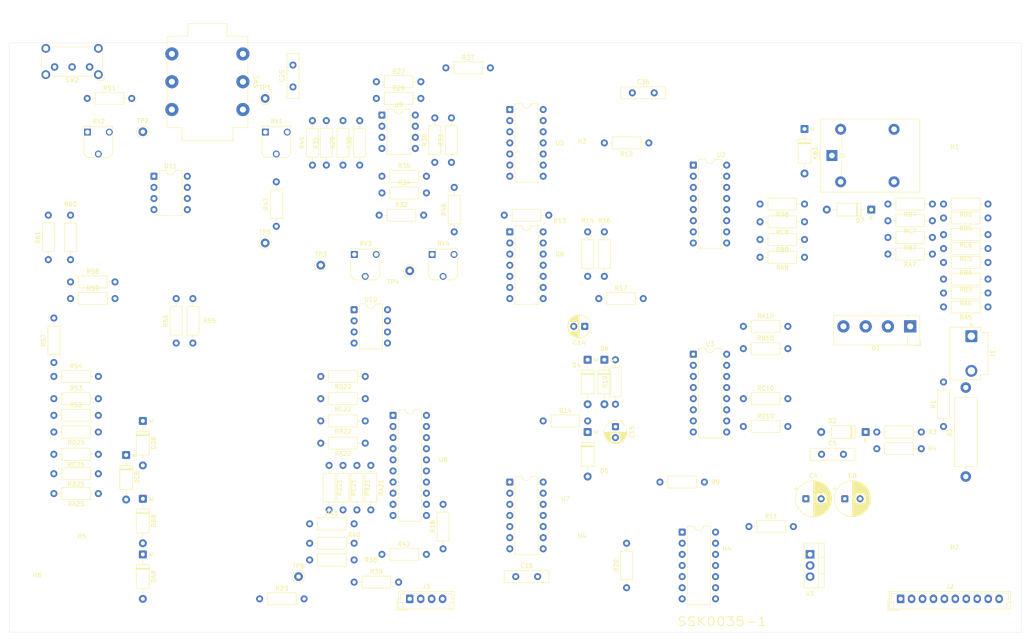
<source format=kicad_pcb>
(kicad_pcb (version 20241229) (generator "pcbnew") (generator_version "9.0")
  (layers (0 "F.Cu" signal) (2 "B.Cu" signal) (13 "F.Paste" user) (15 "B.Paste" user) (5 "F.SilkS" user "F.Silkscreen") (7 "B.SilkS" user "B.Silkscreen") (1 "F.Mask" user) (3 "B.Mask" user) (25 "Edge.Cuts" user))
  (net 0 "")
  (net 223 "/A2")
  (net 224 "/D3")
  (net 225 "/A3")
  (net 226 "/D6")
  (net 227 "/A1")
  (net 228 "/A8")
  (net 229 "/D7")
  (net 230 "/D2")
  (net 231 "GND")
  (net 232 "/D4")
  (net 233 "/A0")
  (net 234 "/A4")
  (net 235 "/A6")
  (net 236 "/D5")
  (net 237 "/A5")
  (net 238 "/D1")
  (net 239 "/D0")
  (net 240 "/A7")
  (footprint "Resistor_THT:R_Axial_DIN0207_L6.3mm_D2.5mm_P10.16mm_Horizontal" (layer "F.Cu") (at 93.98 158.75)
    (property "Reference" "R38" (at 13.97 0 0) (layer "F.SilkS"))
    (property "Value" "2.2k")
    (pad "1" thru_hole circle (at 0 0) (size 1.6 1.6) (drill 0.8) (layers "*.Cu" "*.Mask"))
    (pad "2" thru_hole circle (at 10.16 0) (size 1.6 1.6) (drill 0.8) (layers "*.Cu" "*.Mask"))
  )
  (footprint "Resistor_THT:R_Axial_DIN0207_L6.3mm_D2.5mm_P10.16mm_Horizontal" (layer "F.Cu") (at 109.22 53.34)
    (property "Reference" "R28" (at 5.08 -2.37 0) (layer "F.SilkS"))
    (property "Value" "470k")
    (pad "1" thru_hole circle (at 0 0) (size 1.6 1.6) (drill 0.8) (layers "*.Cu" "*.Mask"))
    (pad "2" thru_hole circle (at 10.16 0) (size 1.6 1.6) (drill 0.8) (layers "*.Cu" "*.Mask"))
  )
  (footprint "Resistor_THT:R_Axial_DIN0207_L6.3mm_D2.5mm_P10.16mm_Horizontal" (layer "F.Cu") (at 138.43 80.01)
    (property "Reference" "R13" (at 12.7 1.27 0) (layer "F.SilkS"))
    (property "Value" "~")
    (pad "1" thru_hole circle (at 0 0) (size 1.6 1.6) (drill 0.8) (layers "*.Cu" "*.Mask"))
    (pad "2" thru_hole circle (at 10.16 0) (size 1.6 1.6) (drill 0.8) (layers "*.Cu" "*.Mask"))
  )
  (footprint "Resistor_THT:R_Axial_DIN0207_L6.3mm_D2.5mm_P10.16mm_Horizontal" (layer "F.Cu") (at 110.49 157.48)
    (property "Reference" "R42" (at 5.08 -2.37 0) (layer "F.SilkS"))
    (property "Value" "~")
    (pad "1" thru_hole circle (at 0 0) (size 1.6 1.6) (drill 0.8) (layers "*.Cu" "*.Mask"))
    (pad "2" thru_hole circle (at 10.16 0) (size 1.6 1.6) (drill 0.8) (layers "*.Cu" "*.Mask"))
  )
  (footprint "Resistor_THT:R_Axial_DIN0207_L6.3mm_D2.5mm_P10.16mm_Horizontal" (layer "F.Cu") (at 110.49 71.12)
    (property "Reference" "R35" (at 5.08 -2.37 0) (layer "F.SilkS"))
    (property "Value" "~")
    (pad "1" thru_hole circle (at 0 0) (size 1.6 1.6) (drill 0.8) (layers "*.Cu" "*.Mask"))
    (pad "2" thru_hole circle (at 10.16 0) (size 1.6 1.6) (drill 0.8) (layers "*.Cu" "*.Mask"))
  )
  (footprint "TestPoint:TestPoint_Keystone_5000-5004_Miniature" (layer "F.Cu") (at 55.88 60.96)
    (property "Reference" "TP2" (at 0 -2.5 0) (layer "F.SilkS"))
    (property "Value" "352Hz")
    (pad "1" thru_hole circle (at 0 0) (size 2 2) (drill 1) (layers "*.Cu" "*.Mask"))
  )
  (footprint "Connector_JST:JST_VH_B2P3-VH_1x02_P7.92mm_Vertical" (layer "F.Cu") (at 245.11 107.65 -90)
    (property "Reference" "J1" (at 3.96 -4.9 90) (layer "F.SilkS"))
    (property "Value" "Conn_01x02")
    (pad "1" thru_hole roundrect (at 0 0 270) (size 2.7 2.7) (drill 1.7) (layers "*.Cu" "*.Mask") (roundrect_rratio 0.092593))
    (pad "2" thru_hole circle (at 7.92 0 270) (size 2.7 2.7) (drill 1.7) (layers "*.Cu" "*.Mask"))
  )
  (footprint "Potentiometer_THT:Potentiometer_Runtron_RM-065_Vertical" (layer "F.Cu") (at 43.22 61.04)
    (property "Reference" "RV2" (at 2.6 -2.5 0) (layer "F.SilkS"))
    (property "Value" "473")
    (pad "1" thru_hole rect (at 0 0) (size 1.56 1.56) (drill 1) (layers "*.Cu" "*.Mask"))
    (pad "2" thru_hole circle (at 2.5 5) (size 1.56 1.56) (drill 1) (layers "*.Cu" "*.Mask"))
    (pad "3" thru_hole circle (at 5 0) (size 1.56 1.56) (drill 1) (layers "*.Cu" "*.Mask"))
  )
  (footprint "Diode_THT:D_A-405_P10.16mm_Horizontal" (layer "F.Cu") (at 220.98 129.54 180)
    (property "Reference" "D2" (at 7.62 2.54 0) (layer "F.SilkS"))
    (property "Value" "D")
    (fp_text user "K" (at 0 -1.9 0) (layer "F.SilkS"))
    (pad "1" thru_hole roundrect (at 0 0 180) (size 1.8 1.8) (drill 0.9) (layers "*.Cu" "*.Mask") (roundrect_rratio 0.138889))
    (pad "2" thru_hole circle (at 10.16 0 180) (size 1.8 1.8) (drill 0.9) (layers "*.Cu" "*.Mask"))
  )
  (footprint "Capacitor_THT:CP_Radial_D5.0mm_P2.50mm" (layer "F.Cu") (at 163.83 128.31 -90)
    (property "Reference" "C15" (at 1.25 -3.75 90) (layer "F.SilkS"))
    (property "Value" "47u")
    (pad "1" thru_hole roundrect (at 0 0 270) (size 1.6 1.6) (drill 0.8) (layers "*.Cu" "*.Mask") (roundrect_rratio 0.15625))
    (pad "2" thru_hole circle (at 2.5 0 270) (size 1.6 1.6) (drill 0.8) (layers "*.Cu" "*.Mask"))
  )
  (footprint "Resistor_THT:R_Axial_DIN0207_L6.3mm_D2.5mm_P10.16mm_Horizontal" (layer "F.Cu") (at 236.22 77.47 180)
    (property "Reference" "RD7" (at 5.08 -2.37 0) (layer "F.SilkS"))
    (property "Value" "~")
    (pad "1" thru_hole circle (at 0 0 180) (size 1.6 1.6) (drill 0.8) (layers "*.Cu" "*.Mask"))
    (pad "2" thru_hole circle (at 10.16 0 180) (size 1.6 1.6) (drill 0.8) (layers "*.Cu" "*.Mask"))
  )
  (footprint "Resistor_THT:R_Axial_DIN0207_L6.3mm_D2.5mm_P10.16mm_Horizontal" (layer "F.Cu") (at 35.56 113.665 90)
    (property "Reference" "R57" (at 5.08 -2.37 90) (layer "F.SilkS"))
    (property "Value" "~")
    (pad "1" thru_hole circle (at 0 0 90) (size 1.6 1.6) (drill 0.8) (layers "*.Cu" "*.Mask"))
    (pad "2" thru_hole circle (at 10.16 0 90) (size 1.6 1.6) (drill 0.8) (layers "*.Cu" "*.Mask"))
  )
  (footprint "Resistor_THT:R_Axial_DIN0207_L6.3mm_D2.5mm_P10.16mm_Horizontal" (layer "F.Cu") (at 43.18 53.34)
    (property "Reference" "R51" (at 5.08 -2.37 0) (layer "F.SilkS"))
    (property "Value" "470")
    (pad "1" thru_hole circle (at 0 0) (size 1.6 1.6) (drill 0.8) (layers "*.Cu" "*.Mask"))
    (pad "2" thru_hole circle (at 10.16 0) (size 1.6 1.6) (drill 0.8) (layers "*.Cu" "*.Mask"))
  )
  (footprint "Resistor_THT:R_Axial_DIN0207_L6.3mm_D2.5mm_P10.16mm_Horizontal" (layer "F.Cu") (at 238.76 128.27 90)
    (property "Reference" "R1" (at 5.08 -2.37 90) (layer "F.SilkS"))
    (property "Value" "~")
    (pad "1" thru_hole circle (at 0 0 90) (size 1.6 1.6) (drill 0.8) (layers "*.Cu" "*.Mask"))
    (pad "2" thru_hole circle (at 10.16 0 90) (size 1.6 1.6) (drill 0.8) (layers "*.Cu" "*.Mask"))
  )
  (footprint "Diode_THT:D_A-405_P10.16mm_Horizontal" (layer "F.Cu") (at 207.01 60.325 -90)
    (property "Reference" "D3" (at 5.08 -2.47 90) (layer "F.SilkS"))
    (property "Value" "D")
    (fp_text user "K" (at 0 -1.9 90) (layer "F.SilkS"))
    (pad "1" thru_hole roundrect (at 0 0 270) (size 1.8 1.8) (drill 0.9) (layers "*.Cu" "*.Mask") (roundrect_rratio 0.138889))
    (pad "2" thru_hole circle (at 10.16 0 270) (size 1.8 1.8) (drill 0.9) (layers "*.Cu" "*.Mask"))
  )
  (footprint "Resistor_THT:R_Axial_DIN0207_L6.3mm_D2.5mm_P10.16mm_Horizontal" (layer "F.Cu") (at 124.46 156.21 90)
    (property "Reference" "R18" (at 5.08 -2.37 90) (layer "F.SilkS"))
    (property "Value" "~")
    (pad "1" thru_hole circle (at 0 0 90) (size 1.6 1.6) (drill 0.8) (layers "*.Cu" "*.Mask"))
    (pad "2" thru_hole circle (at 10.16 0 90) (size 1.6 1.6) (drill 0.8) (layers "*.Cu" "*.Mask"))
  )
  (footprint "Package_DIP:DIP-16_W7.62mm" (layer "F.Cu") (at 181.61 68.58)
    (property "Reference" "U2" (at 6.35 -2.33 0) (layer "F.SilkS"))
    (property "Value" "4050")
    (pad "1" thru_hole roundrect (at 0 0) (size 1.6 1.6) (drill 0.8) (layers "*.Cu" "*.Mask") (roundrect_rratio 0.15625))
    (pad "2" thru_hole circle (at 0 2.54) (size 1.6 1.6) (drill 0.8) (layers "*.Cu" "*.Mask"))
    (pad "3" thru_hole circle (at 0 5.08) (size 1.6 1.6) (drill 0.8) (layers "*.Cu" "*.Mask"))
    (pad "4" thru_hole circle (at 0 7.62) (size 1.6 1.6) (drill 0.8) (layers "*.Cu" "*.Mask"))
    (pad "5" thru_hole circle (at 0 10.16) (size 1.6 1.6) (drill 0.8) (layers "*.Cu" "*.Mask"))
    (pad "6" thru_hole circle (at 0 12.7) (size 1.6 1.6) (drill 0.8) (layers "*.Cu" "*.Mask"))
    (pad "7" thru_hole circle (at 0 15.24) (size 1.6 1.6) (drill 0.8) (layers "*.Cu" "*.Mask"))
    (pad "8" thru_hole circle (at 0 17.78) (size 1.6 1.6) (drill 0.8) (layers "*.Cu" "*.Mask"))
    (pad "9" thru_hole circle (at 7.62 17.78) (size 1.6 1.6) (drill 0.8) (layers "*.Cu" "*.Mask"))
    (pad "10" thru_hole circle (at 7.62 15.24) (size 1.6 1.6) (drill 0.8) (layers "*.Cu" "*.Mask"))
    (pad "11" thru_hole circle (at 7.62 12.7) (size 1.6 1.6) (drill 0.8) (layers "*.Cu" "*.Mask"))
    (pad "12" thru_hole circle (at 7.62 10.16) (size 1.6 1.6) (drill 0.8) (layers "*.Cu" "*.Mask"))
    (pad "13" thru_hole circle (at 7.62 7.62) (size 1.6 1.6) (drill 0.8) (layers "*.Cu" "*.Mask"))
    (pad "14" thru_hole circle (at 7.62 5.08) (size 1.6 1.6) (drill 0.8) (layers "*.Cu" "*.Mask"))
    (pad "15" thru_hole circle (at 7.62 2.54) (size 1.6 1.6) (drill 0.8) (layers "*.Cu" "*.Mask"))
    (pad "16" thru_hole circle (at 7.62 0) (size 1.6 1.6) (drill 0.8) (layers "*.Cu" "*.Mask"))
  )
  (footprint "MountingHole:MountingHole_3.2mm_M3" (layer "F.Cu") (at 156.21 157.48)
    (property "Reference" "H4" (at 0 -4.15 0) (layer "F.SilkS"))
    (property "Value" "MountingHole")
    (pad "" np_thru_hole circle (at 0 0) (size 3.2 3.2) (drill 3.2) (layers "*.Cu" "*.Mask"))
  )
  (footprint "Resistor_THT:R_Axial_DIN0207_L6.3mm_D2.5mm_P10.16mm_Horizontal" (layer "F.Cu") (at 39.37 90.17 90)
    (property "Reference" "R60" (at 12.7 0 180) (layer "F.SilkS"))
    (property "Value" "2.2k")
    (pad "1" thru_hole circle (at 0 0 90) (size 1.6 1.6) (drill 0.8) (layers "*.Cu" "*.Mask"))
    (pad "2" thru_hole circle (at 10.16 0 90) (size 1.6 1.6) (drill 0.8) (layers "*.Cu" "*.Mask"))
  )
  (footprint "Resistor_THT:R_Axial_DIN0207_L6.3mm_D2.5mm_P10.16mm_Horizontal" (layer "F.Cu") (at 248.92 84.455 180)
    (property "Reference" "RC6" (at 5.08 -2.37 0) (layer "F.SilkS"))
    (property "Value" "~")
    (pad "1" thru_hole circle (at 0 0 180) (size 1.6 1.6) (drill 0.8) (layers "*.Cu" "*.Mask"))
    (pad "2" thru_hole circle (at 10.16 0 180) (size 1.6 1.6) (drill 0.8) (layers "*.Cu" "*.Mask"))
  )
  (footprint "Resistor_THT:R_Axial_DIN0207_L6.3mm_D2.5mm_P10.16mm_Horizontal" (layer "F.Cu") (at 127 83.82 90)
    (property "Reference" "R46" (at 5.08 -2.37 90) (layer "F.SilkS"))
    (property "Value" "3.3k")
    (pad "1" thru_hole circle (at 0 0 90) (size 1.6 1.6) (drill 0.8) (layers "*.Cu" "*.Mask"))
    (pad "2" thru_hole circle (at 10.16 0 90) (size 1.6 1.6) (drill 0.8) (layers "*.Cu" "*.Mask"))
  )
  (footprint "Resistor_THT:R_Axial_DIN0207_L6.3mm_D2.5mm_P10.16mm_Horizontal" (layer "F.Cu") (at 194.31 151.13)
    (property "Reference" "R11" (at 5.08 -2.37 0) (layer "F.SilkS"))
    (property "Value" "~")
    (pad "1" thru_hole circle (at 0 0) (size 1.6 1.6) (drill 0.8) (layers "*.Cu" "*.Mask"))
    (pad "2" thru_hole circle (at 10.16 0) (size 1.6 1.6) (drill 0.8) (layers "*.Cu" "*.Mask"))
  )
  (footprint "Diode_THT:D_A-405_P10.16mm_Horizontal" (layer "F.Cu") (at 55.88 127 -90)
    (property "Reference" "DD8" (at 5.08 -2.47 90) (layer "F.SilkS"))
    (property "Value" "D")
    (fp_text user "K" (at 0 -1.9 90) (layer "F.SilkS"))
    (pad "1" thru_hole roundrect (at 0 0 270) (size 1.8 1.8) (drill 0.9) (layers "*.Cu" "*.Mask") (roundrect_rratio 0.138889))
    (pad "2" thru_hole circle (at 10.16 0 270) (size 1.8 1.8) (drill 0.9) (layers "*.Cu" "*.Mask"))
  )
  (footprint "Resistor_THT:R_Axial_DIN0207_L6.3mm_D2.5mm_P10.16mm_Horizontal" (layer "F.Cu") (at 248.92 87.63 180)
    (property "Reference" "RC5" (at 5.08 -2.37 0) (layer "F.SilkS"))
    (property "Value" "~")
    (pad "1" thru_hole circle (at 0 0 180) (size 1.6 1.6) (drill 0.8) (layers "*.Cu" "*.Mask"))
    (pad "2" thru_hole circle (at 10.16 0 180) (size 1.6 1.6) (drill 0.8) (layers "*.Cu" "*.Mask"))
  )
  (footprint "Package_DIP:DIP-8_W7.62mm" (layer "F.Cu") (at 58.42 71.12)
    (property "Reference" "U11" (at 3.81 -2.33 0) (layer "F.SilkS"))
    (property "Value" "NJM4558")
    (pad "1" thru_hole roundrect (at 0 0) (size 1.6 1.6) (drill 0.8) (layers "*.Cu" "*.Mask") (roundrect_rratio 0.15625))
    (pad "2" thru_hole circle (at 0 2.54) (size 1.6 1.6) (drill 0.8) (layers "*.Cu" "*.Mask"))
    (pad "3" thru_hole circle (at 0 5.08) (size 1.6 1.6) (drill 0.8) (layers "*.Cu" "*.Mask"))
    (pad "4" thru_hole circle (at 0 7.62) (size 1.6 1.6) (drill 0.8) (layers "*.Cu" "*.Mask"))
    (pad "5" thru_hole circle (at 7.62 7.62) (size 1.6 1.6) (drill 0.8) (layers "*.Cu" "*.Mask"))
    (pad "6" thru_hole circle (at 7.62 5.08) (size 1.6 1.6) (drill 0.8) (layers "*.Cu" "*.Mask"))
    (pad "7" thru_hole circle (at 7.62 2.54) (size 1.6 1.6) (drill 0.8) (layers "*.Cu" "*.Mask"))
    (pad "8" thru_hole circle (at 7.62 0) (size 1.6 1.6) (drill 0.8) (layers "*.Cu" "*.Mask"))
  )
  (footprint "Resistor_THT:R_Axial_DIN0207_L6.3mm_D2.5mm_P10.16mm_Horizontal" (layer "F.Cu") (at 105.41 68.58 90)
    (property "Reference" "R30" (at 5.08 -2.37 90) (layer "F.SilkS"))
    (property "Value" "~")
    (pad "1" thru_hole circle (at 0 0 90) (size 1.6 1.6) (drill 0.8) (layers "*.Cu" "*.Mask"))
    (pad "2" thru_hole circle (at 10.16 0 90) (size 1.6 1.6) (drill 0.8) (layers "*.Cu" "*.Mask"))
  )
  (footprint "Diode_THT:D_A-405_P10.16mm_Horizontal" (layer "F.Cu") (at 55.88 144.78 -90)
    (property "Reference" "DB8" (at 5.08 -2.47 90) (layer "F.SilkS"))
    (property "Value" "D")
    (fp_text user "K" (at 0 -1.9 90) (layer "F.SilkS"))
    (pad "1" thru_hole roundrect (at 0 0 270) (size 1.8 1.8) (drill 0.9) (layers "*.Cu" "*.Mask") (roundrect_rratio 0.138889))
    (pad "2" thru_hole circle (at 10.16 0 270) (size 1.8 1.8) (drill 0.9) (layers "*.Cu" "*.Mask"))
  )
  (footprint "TestPoint:TestPoint_Keystone_5000-5004_Miniature" (layer "F.Cu") (at 91.44 162.56)
    (property "Reference" "TP6" (at 0 -2.5 0) (layer "F.SilkS"))
    (property "Value" "~")
    (pad "1" thru_hole circle (at 0 0) (size 2 2) (drill 1) (layers "*.Cu" "*.Mask"))
  )
  (footprint "Resistor_THT:R_Axial_DIN0207_L6.3mm_D2.5mm_P10.16mm_Horizontal" (layer "F.Cu") (at 147.32 127)
    (property "Reference" "R14" (at 5.08 -2.37 0) (layer "F.SilkS"))
    (property "Value" "~")
    (pad "1" thru_hole circle (at 0 0) (size 1.6 1.6) (drill 0.8) (layers "*.Cu" "*.Mask"))
    (pad "2" thru_hole circle (at 10.16 0) (size 1.6 1.6) (drill 0.8) (layers "*.Cu" "*.Mask"))
  )
  (footprint "Resistor_THT:R_Axial_DIN0207_L6.3mm_D2.5mm_P10.16mm_Horizontal" (layer "F.Cu") (at 63.5 109.22 90)
    (property "Reference" "R56" (at 5.08 -2.37 90) (layer "F.SilkS"))
    (property "Value" "22k")
    (pad "1" thru_hole circle (at 0 0 90) (size 1.6 1.6) (drill 0.8) (layers "*.Cu" "*.Mask"))
    (pad "2" thru_hole circle (at 10.16 0 90) (size 1.6 1.6) (drill 0.8) (layers "*.Cu" "*.Mask"))
  )
  (footprint "Resistor_THT:R_Axial_DIN0207_L6.3mm_D2.5mm_P10.16mm_Horizontal" (layer "F.Cu") (at 223.52 133.35)
    (property "Reference" "R4" (at 12.7 0 0) (layer "F.SilkS"))
    (property "Value" "1k")
    (pad "1" thru_hole circle (at 0 0) (size 1.6 1.6) (drill 0.8) (layers "*.Cu" "*.Mask"))
    (pad "2" thru_hole circle (at 10.16 0) (size 1.6 1.6) (drill 0.8) (layers "*.Cu" "*.Mask"))
  )
  (footprint "Resistor_THT:R_Axial_DIN0207_L6.3mm_D2.5mm_P10.16mm_Horizontal" (layer "F.Cu") (at 98.425 137.16 -90)
    (property "Reference" "RD21" (at 5.08 -2.37 90) (layer "F.SilkS"))
    (property "Value" "~")
    (pad "1" thru_hole circle (at 0 0 270) (size 1.6 1.6) (drill 0.8) (layers "*.Cu" "*.Mask"))
    (pad "2" thru_hole circle (at 10.16 0 270) (size 1.6 1.6) (drill 0.8) (layers "*.Cu" "*.Mask"))
  )
  (footprint "MountingHole:MountingHole_3.2mm_M3" (layer "F.Cu") (at 31.75 166.37)
    (property "Reference" "H6" (at 0 -4.15 0) (layer "F.SilkS"))
    (property "Value" "MountingHole")
    (pad "" np_thru_hole circle (at 0 0) (size 3.2 3.2) (drill 3.2) (layers "*.Cu" "*.Mask"))
  )
  (footprint "Potentiometer_THT:Potentiometer_Runtron_RM-065_Vertical" (layer "F.Cu") (at 83.86 61.04)
    (property "Reference" "RV1" (at 2.6 -2.5 0) (layer "F.SilkS"))
    (property "Value" "473")
    (pad "1" thru_hole rect (at 0 0) (size 1.56 1.56) (drill 1) (layers "*.Cu" "*.Mask"))
    (pad "2" thru_hole circle (at 2.5 5) (size 1.56 1.56) (drill 1) (layers "*.Cu" "*.Mask"))
    (pad "3" thru_hole circle (at 5 0) (size 1.56 1.56) (drill 1) (layers "*.Cu" "*.Mask"))
  )
  (footprint "Resistor_THT:R_Axial_DIN0207_L6.3mm_D2.5mm_P10.16mm_Horizontal" (layer "F.Cu") (at 248.92 94.615 180)
    (property "Reference" "RB5" (at 5.08 -2.37 0) (layer "F.SilkS"))
    (property "Value" "~")
    (pad "1" thru_hole circle (at 0 0 180) (size 1.6 1.6) (drill 0.8) (layers "*.Cu" "*.Mask"))
    (pad "2" thru_hole circle (at 10.16 0 180) (size 1.6 1.6) (drill 0.8) (layers "*.Cu" "*.Mask"))
  )
  (footprint "Resistor_THT:R_Axial_DIN0207_L6.3mm_D2.5mm_P10.16mm_Horizontal" (layer "F.Cu") (at 248.92 100.965 180)
    (property "Reference" "RA5" (at 5.08 -2.37 0) (layer "F.SilkS"))
    (property "Value" "~")
    (pad "1" thru_hole circle (at 0 0 180) (size 1.6 1.6) (drill 0.8) (layers "*.Cu" "*.Mask"))
    (pad "2" thru_hole circle (at 10.16 0 180) (size 1.6 1.6) (drill 0.8) (layers "*.Cu" "*.Mask"))
  )
  (footprint "Potentiometer_THT:Potentiometer_Runtron_RM-065_Vertical" (layer "F.Cu") (at 121.96 88.98)
    (property "Reference" "RV4" (at 2.6 -2.5 0) (layer "F.SilkS"))
    (property "Value" "473")
    (pad "1" thru_hole rect (at 0 0) (size 1.56 1.56) (drill 1) (layers "*.Cu" "*.Mask"))
    (pad "2" thru_hole circle (at 2.5 5) (size 1.56 1.56) (drill 1) (layers "*.Cu" "*.Mask"))
    (pad "3" thru_hole circle (at 5 0) (size 1.56 1.56) (drill 1) (layers "*.Cu" "*.Mask"))
  )
  (footprint "Resistor_THT:R_Axial_DIN0207_L6.3mm_D2.5mm_P10.16mm_Horizontal" (layer "F.Cu") (at 163.83 123.19 90)
    (property "Reference" "R19" (at 5.08 -2.37 90) (layer "F.SilkS"))
    (property "Value" "~")
    (pad "1" thru_hole circle (at 0 0 90) (size 1.6 1.6) (drill 0.8) (layers "*.Cu" "*.Mask"))
    (pad "2" thru_hole circle (at 10.16 0 90) (size 1.6 1.6) (drill 0.8) (layers "*.Cu" "*.Mask"))
  )
  (footprint "MountingHole:MountingHole_3.2mm_M3" (layer "F.Cu") (at 41.91 157.48)
    (property "Reference" "H5" (at 0 -4.15 0) (layer "F.SilkS"))
    (property "Value" "MountingHole")
    (pad "" np_thru_hole circle (at 0 0) (size 3.2 3.2) (drill 3.2) (layers "*.Cu" "*.Mask"))
  )
  (footprint "Resistor_THT:R_Axial_DIN0207_L6.3mm_D2.5mm_P10.16mm_Horizontal" (layer "F.Cu") (at 223.52 129.54)
    (property "Reference" "R3" (at 12.7 0 0) (layer "F.SilkS"))
    (property "Value" "1k")
    (pad "1" thru_hole circle (at 0 0) (size 1.6 1.6) (drill 0.8) (layers "*.Cu" "*.Mask"))
    (pad "2" thru_hole circle (at 10.16 0) (size 1.6 1.6) (drill 0.8) (layers "*.Cu" "*.Mask"))
  )
  (footprint "Resistor_THT:R_Axial_DIN0207_L6.3mm_D2.5mm_P10.16mm_Horizontal" (layer "F.Cu") (at 97.79 68.58 90)
    (property "Reference" "R31" (at 5.08 -2.37 90) (layer "F.SilkS"))
    (property "Value" "3.3k")
    (pad "1" thru_hole circle (at 0 0 90) (size 1.6 1.6) (drill 0.8) (layers "*.Cu" "*.Mask"))
    (pad "2" thru_hole circle (at 10.16 0 90) (size 1.6 1.6) (drill 0.8) (layers "*.Cu" "*.Mask"))
  )
  (footprint "Potentiometer_THT:Potentiometer_Runtron_RM-065_Vertical" (layer "F.Cu") (at 104.18 88.98)
    (property "Reference" "RV3" (at 2.6 -2.5 0) (layer "F.SilkS"))
    (property "Value" "473")
    (pad "1" thru_hole rect (at 0 0) (size 1.56 1.56) (drill 1) (layers "*.Cu" "*.Mask"))
    (pad "2" thru_hole circle (at 2.5 5) (size 1.56 1.56) (drill 1) (layers "*.Cu" "*.Mask"))
    (pad "3" thru_hole circle (at 5 0) (size 1.56 1.56) (drill 1) (layers "*.Cu" "*.Mask"))
  )
  (footprint "Resistor_THT:R_Axial_DIN0207_L6.3mm_D2.5mm_P10.16mm_Horizontal" (layer "F.Cu") (at 236.22 85.09 180)
    (property "Reference" "RB7" (at 5.08 -2.37 0) (layer "F.SilkS"))
    (property "Value" "~")
    (pad "1" thru_hole circle (at 0 0 180) (size 1.6 1.6) (drill 0.8) (layers "*.Cu" "*.Mask"))
    (pad "2" thru_hole circle (at 10.16 0 180) (size 1.6 1.6) (drill 0.8) (layers "*.Cu" "*.Mask"))
  )
  (footprint "Resistor_THT:R_Axial_DIN0207_L6.3mm_D2.5mm_P10.16mm_Horizontal" (layer "F.Cu") (at 106.68 116.84 180)
    (property "Reference" "RD22" (at 5.08 -2.37 0) (layer "F.SilkS"))
    (property "Value" "1k")
    (pad "1" thru_hole circle (at 0 0 180) (size 1.6 1.6) (drill 0.8) (layers "*.Cu" "*.Mask"))
    (pad "2" thru_hole circle (at 10.16 0 180) (size 1.6 1.6) (drill 0.8) (layers "*.Cu" "*.Mask"))
  )
  (footprint "Button_Switch_THT:SW_E-Switch_EG1224_SPDT_Angled" (layer "F.Cu") (at 43.72 46.16 180)
    (property "Reference" "SW2" (at 4 -2.95 0) (layer "F.SilkS"))
    (property "Value" "SW_SPDT")
    (pad "" thru_hole circle (at -2 -1.75 180) (size 2 2) (drill 1.2) (layers "*.Cu" "*.Mask"))
    (pad "" thru_hole circle (at -2 4.25 180) (size 2 2) (drill 1.2) (layers "*.Cu" "*.Mask"))
    (pad "" thru_hole circle (at 10 -1.75 180) (size 2 2) (drill 1.2) (layers "*.Cu" "*.Mask"))
    (pad "" thru_hole circle (at 10 4.25 180) (size 2 2) (drill 1.2) (layers "*.Cu" "*.Mask"))
    (pad "1" thru_hole circle (at 0 0 180) (size 1.7 1.7) (drill 0.9) (layers "*.Cu" "*.Mask"))
    (pad "2" thru_hole circle (at 4 0 180) (size 1.7 1.7) (drill 0.9) (layers "*.Cu" "*.Mask"))
    (pad "3" thru_hole circle (at 8 0 180) (size 1.7 1.7) (drill 0.9) (layers "*.Cu" "*.Mask"))
  )
  (footprint "Resistor_THT:R_Axial_DIN0207_L6.3mm_D2.5mm_P10.16mm_Horizontal" (layer "F.Cu") (at 39.37 95.25)
    (property "Reference" "R58" (at 5.08 -2.37 0) (layer "F.SilkS"))
    (property "Value" "470k")
    (pad "1" thru_hole circle (at 0 0) (size 1.6 1.6) (drill 0.8) (layers "*.Cu" "*.Mask"))
    (pad "2" thru_hole circle (at 10.16 0) (size 1.6 1.6) (drill 0.8) (layers "*.Cu" "*.Mask"))
  )
  (footprint "Resistor_THT:R_Axial_DIN0207_L6.3mm_D2.5mm_P10.16mm_Horizontal" (layer "F.Cu") (at 193.04 105.41)
    (property "Reference" "RA10" (at 5.08 -2.37 0) (layer "F.SilkS"))
    (property "Value" "22k")
    (pad "1" thru_hole circle (at 0 0) (size 1.6 1.6) (drill 0.8) (layers "*.Cu" "*.Mask"))
    (pad "2" thru_hole circle (at 10.16 0) (size 1.6 1.6) (drill 0.8) (layers "*.Cu" "*.Mask"))
  )
  (footprint "Resistor_THT:R_Axial_DIN0207_L6.3mm_D2.5mm_P10.16mm_Horizontal" (layer "F.Cu") (at 207.01 81.52 180)
    (property "Reference" "RC8" (at 5.08 -2.37 0) (layer "F.SilkS"))
    (property "Value" "470k")
    (pad "1" thru_hole circle (at 0 0 180) (size 1.6 1.6) (drill 0.8) (layers "*.Cu" "*.Mask"))
    (pad "2" thru_hole circle (at 10.16 0 180) (size 1.6 1.6) (drill 0.8) (layers "*.Cu" "*.Mask"))
  )
  (footprint "Capacitor_THT:C_Disc_D10.0mm_W2.5mm_P5.00mm" (layer "F.Cu") (at 210.9 134.62)
    (property "Reference" "C5" (at 2.5 -2.5 0) (layer "F.SilkS"))
    (property "Value" "C")
    (pad "1" thru_hole circle (at 0 0) (size 1.6 1.6) (drill 0.8) (layers "*.Cu" "*.Mask"))
    (pad "2" thru_hole circle (at 5 0) (size 1.6 1.6) (drill 0.8) (layers "*.Cu" "*.Mask"))
  )
  (footprint "Resistor_THT:R_Axial_DIN0207_L6.3mm_D2.5mm_P10.16mm_Horizontal" (layer "F.Cu") (at 248.92 80.645 180)
    (property "Reference" "RD5" (at 5.08 -2.37 0) (layer "F.SilkS"))
    (property "Value" "~")
    (pad "1" thru_hole circle (at 0 0 180) (size 1.6 1.6) (drill 0.8) (layers "*.Cu" "*.Mask"))
    (pad "2" thru_hole circle (at 10.16 0 180) (size 1.6 1.6) (drill 0.8) (layers "*.Cu" "*.Mask"))
  )
  (footprint "Capacitor_THT:C_Disc_D10.0mm_W2.5mm_P5.00mm" (layer "F.Cu") (at 141.05 162.56)
    (property "Reference" "C16" (at 2.5 -2.5 0) (layer "F.SilkS"))
    (property "Value" "C")
    (pad "1" thru_hole circle (at 0 0) (size 1.6 1.6) (drill 0.8) (layers "*.Cu" "*.Mask"))
    (pad "2" thru_hole circle (at 5 0) (size 1.6 1.6) (drill 0.8) (layers "*.Cu" "*.Mask"))
  )
  (footprint "Diode_THT:Diode_Bridge_Vishay_KBL" (layer "F.Cu") (at 231.14 105.41 180)
    (property "Reference" "D1" (at 7.8 -4.95 0) (layer "F.SilkS"))
    (property "Value" "D_Bridge_+-AA")
    (pad "1" thru_hole rect (at 0 0 180) (size 2.8 2.8) (drill 1.4) (layers "*.Cu" "*.Mask"))
    (pad "2" thru_hole circle (at 5.08 0 180) (size 2.8 2.8) (drill 1.4) (layers "*.Cu" "*.Mask"))
    (pad "3" thru_hole circle (at 10.16 0 180) (size 2.8 2.8) (drill 1.4) (layers "*.Cu" "*.Mask"))
    (pad "4" thru_hole circle (at 15.24 0 180) (size 2.8 2.8) (drill 1.4) (layers "*.Cu" "*.Mask"))
  )
  (footprint "Resistor_THT:R_Axial_DIN0207_L6.3mm_D2.5mm_P10.16mm_Horizontal" (layer "F.Cu") (at 248.92 90.805 180)
    (property "Reference" "RB6" (at 5.08 -2.37 0) (layer "F.SilkS"))
    (property "Value" "~")
    (pad "1" thru_hole circle (at 0 0 180) (size 1.6 1.6) (drill 0.8) (layers "*.Cu" "*.Mask"))
    (pad "2" thru_hole circle (at 10.16 0 180) (size 1.6 1.6) (drill 0.8) (layers "*.Cu" "*.Mask"))
  )
  (footprint "Resistor_THT:R_Axial_DIN0207_L6.3mm_D2.5mm_P10.16mm_Horizontal" (layer "F.Cu") (at 161.29 93.98 90)
    (property "Reference" "R16" (at 12.7 0 180) (layer "F.SilkS"))
    (property "Value" "~")
    (pad "1" thru_hole circle (at 0 0 90) (size 1.6 1.6) (drill 0.8) (layers "*.Cu" "*.Mask"))
    (pad "2" thru_hole circle (at 10.16 0 90) (size 1.6 1.6) (drill 0.8) (layers "*.Cu" "*.Mask"))
  )
  (footprint "Package_DIP:DIP-8_W7.62mm" (layer "F.Cu") (at 104.14 101.6)
    (property "Reference" "U10" (at 3.81 -2.33 0) (layer "F.SilkS"))
    (property "Value" "NJM4558")
    (pad "1" thru_hole roundrect (at 0 0) (size 1.6 1.6) (drill 0.8) (layers "*.Cu" "*.Mask") (roundrect_rratio 0.15625))
    (pad "2" thru_hole circle (at 0 2.54) (size 1.6 1.6) (drill 0.8) (layers "*.Cu" "*.Mask"))
    (pad "3" thru_hole circle (at 0 5.08) (size 1.6 1.6) (drill 0.8) (layers "*.Cu" "*.Mask"))
    (pad "4" thru_hole circle (at 0 7.62) (size 1.6 1.6) (drill 0.8) (layers "*.Cu" "*.Mask"))
    (pad "5" thru_hole circle (at 7.62 7.62) (size 1.6 1.6) (drill 0.8) (layers "*.Cu" "*.Mask"))
    (pad "6" thru_hole circle (at 7.62 5.08) (size 1.6 1.6) (drill 0.8) (layers "*.Cu" "*.Mask"))
    (pad "7" thru_hole circle (at 7.62 2.54) (size 1.6 1.6) (drill 0.8) (layers "*.Cu" "*.Mask"))
    (pad "8" thru_hole circle (at 7.62 0) (size 1.6 1.6) (drill 0.8) (layers "*.Cu" "*.Mask"))
  )
  (footprint "Resistor_THT:R_Axial_DIN0207_L6.3mm_D2.5mm_P10.16mm_Horizontal" (layer "F.Cu") (at 106.68 127 180)
    (property "Reference" "RB22" (at 5.08 -2.37 0) (layer "F.SilkS"))
    (property "Value" "1k")
    (pad "1" thru_hole circle (at 0 0 180) (size 1.6 1.6) (drill 0.8) (layers "*.Cu" "*.Mask"))
    (pad "2" thru_hole circle (at 10.16 0 180) (size 1.6 1.6) (drill 0.8) (layers "*.Cu" "*.Mask"))
  )
  (footprint "Resistor_THT:R_Axial_DIN0207_L6.3mm_D2.5mm_P10.16mm_Horizontal" (layer "F.Cu") (at 109.855 80.01)
    (property "Reference" "R32" (at 5.08 -2.37 0) (layer "F.SilkS"))
    (property "Value" "~")
    (pad "1" thru_hole circle (at 0 0) (size 1.6 1.6) (drill 0.8) (layers "*.Cu" "*.Mask"))
    (pad "2" thru_hole circle (at 10.16 0) (size 1.6 1.6) (drill 0.8) (layers "*.Cu" "*.Mask"))
  )
  (footprint "MountingHole:MountingHole_3.2mm_M3" (layer "F.Cu") (at 241.3 68.58)
    (property "Reference" "H1" (at 0 -4.15 0) (layer "F.SilkS"))
    (property "Value" "MountingHole")
    (pad "" np_thru_hole circle (at 0 0) (size 3.2 3.2) (drill 3.2) (layers "*.Cu" "*.Mask"))
  )
  (footprint "Resistor_THT:R_Axial_DIN0207_L6.3mm_D2.5mm_P10.16mm_Horizontal" (layer "F.Cu") (at 94.615 68.58 90)
    (property "Reference" "R45" (at 5.08 -2.37 90) (layer "F.SilkS"))
    (property "Value" "~")
    (pad "1" thru_hole circle (at 0 0 90) (size 1.6 1.6) (drill 0.8) (layers "*.Cu" "*.Mask"))
    (pad "2" thru_hole circle (at 10.16 0 90) (size 1.6 1.6) (drill 0.8) (layers "*.Cu" "*.Mask"))
  )
  (footprint "Resistor_THT:R_Axial_DIN0207_L6.3mm_D2.5mm_P10.16mm_Horizontal" (layer "F.Cu") (at 193.04 121.92)
    (property "Reference" "RC10" (at 5.08 -2.37 0) (layer "F.SilkS"))
    (property "Value" "22k")
    (pad "1" thru_hole circle (at 0 0) (size 1.6 1.6) (drill 0.8) (layers "*.Cu" "*.Mask"))
    (pad "2" thru_hole circle (at 10.16 0) (size 1.6 1.6) (drill 0.8) (layers "*.Cu" "*.Mask"))
  )
  (footprint "Resistor_THT:R_Axial_DIN0207_L6.3mm_D2.5mm_P10.16mm_Horizontal" (layer "F.Cu") (at 160.02 99.06)
    (property "Reference" "R17" (at 5.08 -2.37 0) (layer "F.SilkS"))
    (property "Value" "~")
    (pad "1" thru_hole circle (at 0 0) (size 1.6 1.6) (drill 0.8) (layers "*.Cu" "*.Mask"))
    (pad "2" thru_hole circle (at 10.16 0) (size 1.6 1.6) (drill 0.8) (layers "*.Cu" "*.Mask"))
  )
  (footprint "Capacitor_THT:CP_Radial_D8.0mm_P3.50mm" (layer "F.Cu") (at 216.21 144.78)
    (property "Reference" "C8" (at 1.75 -5.25 0) (layer "F.SilkS"))
    (property "Value" "~")
    (pad "1" thru_hole roundrect (at 0 0) (size 1.6 1.6) (drill 0.8) (layers "*.Cu" "*.Mask") (roundrect_rratio 0.15625))
    (pad "2" thru_hole circle (at 3.5 0) (size 1.6 1.6) (drill 0.8) (layers "*.Cu" "*.Mask"))
  )
  (footprint "Resistor_THT:R_Axial_DIN0207_L6.3mm_D2.5mm_P10.16mm_Horizontal" (layer "F.Cu") (at 207.01 85.57 180)
    (property "Reference" "RB8" (at 5.08 -2.37 0) (layer "F.SilkS"))
    (property "Value" "470k")
    (pad "1" thru_hole circle (at 0 0 180) (size 1.6 1.6) (drill 0.8) (layers "*.Cu" "*.Mask"))
    (pad "2" thru_hole circle (at 10.16 0 180) (size 1.6 1.6) (drill 0.8) (layers "*.Cu" "*.Mask"))
  )
  (footprint "Resistor_THT:R_Axial_DIN0207_L6.3mm_D2.5mm_P10.16mm_Horizontal" (layer "F.Cu") (at 236.22 88.9 180)
    (property "Reference" "RA7" (at 5.08 -2.37 0) (layer "F.SilkS"))
    (property "Value" "~")
    (pad "1" thru_hole circle (at 0 0 180) (size 1.6 1.6) (drill 0.8) (layers "*.Cu" "*.Mask"))
    (pad "2" thru_hole circle (at 10.16 0 180) (size 1.6 1.6) (drill 0.8) (layers "*.Cu" "*.Mask"))
  )
  (footprint "MountingHole:MountingHole_3.2mm_M3" (layer "F.Cu") (at 156.21 67.31)
    (property "Reference" "H3" (at 0 -4.15 0) (layer "F.SilkS"))
    (property "Value" "MountingHole")
    (pad "" np_thru_hole circle (at 0 0) (size 3.2 3.2) (drill 3.2) (layers "*.Cu" "*.Mask"))
  )
  (footprint "Package_TO_SOT_THT:TO-220-3_Vertical" (layer "F.Cu") (at 208.28 157.48 -90)
    (property "Reference" "U1" (at 8.89 0 180) (layer "F.SilkS"))
    (property "Value" "L7805")
    (pad "1" thru_hole rect (at 0 0 270) (size 1.905 2) (drill 1.1) (layers "*.Cu" "*.Mask"))
    (pad "2" thru_hole oval (at 2.54 0 270) (size 1.905 2) (drill 1.1) (layers "*.Cu" "*.Mask"))
    (pad "3" thru_hole oval (at 5.08 0 270) (size 1.905 2) (drill 1.1) (layers "*.Cu" "*.Mask"))
  )
  (footprint "Resistor_THT:R_Axial_DIN0207_L6.3mm_D2.5mm_P10.16mm_Horizontal" (layer "F.Cu") (at 107.95 137.16 -90)
    (property "Reference" "RA21" (at 5.08 -2.37 90) (layer "F.SilkS"))
    (property "Value" "~")
    (pad "1" thru_hole circle (at 0 0 270) (size 1.6 1.6) (drill 0.8) (layers "*.Cu" "*.Mask"))
    (pad "2" thru_hole circle (at 10.16 0 270) (size 1.6 1.6) (drill 0.8) (layers "*.Cu" "*.Mask"))
  )
  (footprint "TestPoint:TestPoint_Keystone_5000-5004_Miniature" (layer "F.Cu") (at 116.84 92.71)
    (property "Reference" "TP4" (at -3.81 2.54 0) (layer "F.SilkS"))
    (property "Value" "440Hz")
    (pad "1" thru_hole circle (at 0 0) (size 2 2) (drill 1) (layers "*.Cu" "*.Mask"))
  )
  (footprint "Capacitor_THT:C_Disc_D10.0mm_W2.5mm_P5.00mm" (layer "F.Cu") (at 90.17 50.72 90)
    (property "Reference" "C25" (at 2.5 -2.5 90) (layer "F.SilkS"))
    (property "Value" "C")
    (pad "1" thru_hole circle (at 0 0 90) (size 1.6 1.6) (drill 0.8) (layers "*.Cu" "*.Mask"))
    (pad "2" thru_hole circle (at 5 0 90) (size 1.6 1.6) (drill 0.8) (layers "*.Cu" "*.Mask"))
  )
  (footprint "Resistor_THT:R_Axial_DIN0207_L6.3mm_D2.5mm_P10.16mm_Horizontal" (layer "F.Cu") (at 110.49 74.93)
    (property "Reference" "R34" (at 5.08 -2.37 0) (layer "F.SilkS"))
    (property "Value" "3.3k")
    (pad "1" thru_hole circle (at 0 0) (size 1.6 1.6) (drill 0.8) (layers "*.Cu" "*.Mask"))
    (pad "2" thru_hole circle (at 10.16 0) (size 1.6 1.6) (drill 0.8) (layers "*.Cu" "*.Mask"))
  )
  (footprint "Resistor_THT:R_Axial_DIN0207_L6.3mm_D2.5mm_P10.16mm_Horizontal" (layer "F.Cu") (at 207.01 77.47 180)
    (property "Reference" "RD8" (at 5.08 -2.37 0) (layer "F.SilkS"))
    (property "Value" "470k")
    (pad "1" thru_hole circle (at 0 0 180) (size 1.6 1.6) (drill 0.8) (layers "*.Cu" "*.Mask"))
    (pad "2" thru_hole circle (at 10.16 0 180) (size 1.6 1.6) (drill 0.8) (layers "*.Cu" "*.Mask"))
  )
  (footprint "Resistor_THT:R_Axial_DIN0207_L6.3mm_D2.5mm_P10.16mm_Horizontal" (layer "F.Cu") (at 106.68 121.92 180)
    (property "Reference" "RC22" (at 5.08 -2.37 0) (layer "F.SilkS"))
    (property "Value" "1k")
    (pad "1" thru_hole circle (at 0 0 180) (size 1.6 1.6) (drill 0.8) (layers "*.Cu" "*.Mask"))
    (pad "2" thru_hole circle (at 10.16 0 180) (size 1.6 1.6) (drill 0.8) (layers "*.Cu" "*.Mask"))
  )
  (footprint "Resistor_THT:R_Axial_DIN0207_L6.3mm_D2.5mm_P10.16mm_Horizontal" (layer "F.Cu") (at 35.56 121.92)
    (property "Reference" "R53" (at 5.08 -2.37 0) (layer "F.SilkS"))
    (property "Value" "22k")
    (pad "1" thru_hole circle (at 0 0) (size 1.6 1.6) (drill 0.8) (layers "*.Cu" "*.Mask"))
    (pad "2" thru_hole circle (at 10.16 0) (size 1.6 1.6) (drill 0.8) (layers "*.Cu" "*.Mask"))
  )
  (footprint "TestPoint:TestPoint_Keystone_5000-5004_Miniature" (layer "F.Cu") (at 83.82 53.34)
    (property "Reference" "TP1" (at 0 -2.5 0) (layer "F.SilkS"))
    (property "Value" "264Hz")
    (pad "1" thru_hole circle (at 0 0) (size 2 2) (drill 1) (layers "*.Cu" "*.Mask"))
  )
  (footprint "Resistor_THT:R_Axial_DIN0207_L6.3mm_D2.5mm_P10.16mm_Horizontal" (layer "F.Cu") (at 34.29 90.17 90)
    (property "Reference" "R61" (at 5.08 -2.37 90) (layer "F.SilkS"))
    (property "Value" "470")
    (pad "1" thru_hole circle (at 0 0 90) (size 1.6 1.6) (drill 0.8) (layers "*.Cu" "*.Mask"))
    (pad "2" thru_hole circle (at 10.16 0 90) (size 1.6 1.6) (drill 0.8) (layers "*.Cu" "*.Mask"))
  )
  (footprint "Resistor_THT:R_Axial_DIN0516_L15.5mm_D5.0mm_P20.32mm_Horizontal" (layer "F.Cu") (at 243.84 139.7 90)
    (property "Reference" "R2" (at 10.16 -3.62 90) (layer "F.SilkS"))
    (property "Value" "39R 2W")
    (pad "1" thru_hole circle (at 0 0 90) (size 2.4 2.4) (drill 1.2) (layers "*.Cu" "*.Mask"))
    (pad "2" thru_hole circle (at 20.32 0 90) (size 2.4 2.4) (drill 1.2) (layers "*.Cu" "*.Mask"))
  )
  (footprint "Resistor_THT:R_Axial_DIN0207_L6.3mm_D2.5mm_P10.16mm_Horizontal" (layer "F.Cu") (at 35.56 116.84)
    (property "Reference" "R54" (at 5.08 -2.37 0) (layer "F.SilkS"))
    (property "Value" "22k")
    (pad "1" thru_hole circle (at 0 0) (size 1.6 1.6) (drill 0.8) (layers "*.Cu" "*.Mask"))
    (pad "2" thru_hole circle (at 10.16 0) (size 1.6 1.6) (drill 0.8) (layers "*.Cu" "*.Mask"))
  )
  (footprint "Resistor_THT:R_Axial_DIN0207_L6.3mm_D2.5mm_P10.16mm_Horizontal" (layer "F.Cu") (at 157.48 93.98 90)
    (property "Reference" "R15" (at 12.7 0 180) (layer "F.SilkS"))
    (property "Value" "~")
    (pad "1" thru_hole circle (at 0 0 90) (size 1.6 1.6) (drill 0.8) (layers "*.Cu" "*.Mask"))
    (pad "2" thru_hole circle (at 10.16 0 90) (size 1.6 1.6) (drill 0.8) (layers "*.Cu" "*.Mask"))
  )
  (footprint "Resistor_THT:R_Axial_DIN0207_L6.3mm_D2.5mm_P10.16mm_Horizontal" (layer "F.Cu") (at 193.04 110.49)
    (property "Reference" "RB10" (at 5.08 -2.37 0) (layer "F.SilkS"))
    (property "Value" "22k")
    (pad "1" thru_hole circle (at 0 0) (size 1.6 1.6) (drill 0.8) (layers "*.Cu" "*.Mask"))
    (pad "2" thru_hole circle (at 10.16 0) (size 1.6 1.6) (drill 0.8) (layers "*.Cu" "*.Mask"))
  )
  (footprint "Resistor_THT:R_Axial_DIN0207_L6.3mm_D2.5mm_P10.16mm_Horizontal" (layer "F.Cu") (at 39.37 99.06)
    (property "Reference" "R59" (at 5.08 -2.37 0) (layer "F.SilkS"))
    (property "Value" "~")
    (pad "1" thru_hole circle (at 0 0) (size 1.6 1.6) (drill 0.8) (layers "*.Cu" "*.Mask"))
    (pad "2" thru_hole circle (at 10.16 0) (size 1.6 1.6) (drill 0.8) (layers "*.Cu" "*.Mask"))
  )
  (footprint "Resistor_THT:R_Axial_DIN0207_L6.3mm_D2.5mm_P10.16mm_Horizontal" (layer "F.Cu") (at 248.92 97.79 180)
    (property "Reference" "RA6" (at 5.08 -2.37 0) (layer "F.SilkS"))
    (property "Value" "~")
    (pad "1" thru_hole circle (at 0 0 180) (size 1.6 1.6) (drill 0.8) (layers "*.Cu" "*.Mask"))
    (pad "2" thru_hole circle (at 10.16 0 180) (size 1.6 1.6) (drill 0.8) (layers "*.Cu" "*.Mask"))
  )
  (footprint "Resistor_THT:R_Axial_DIN0207_L6.3mm_D2.5mm_P10.16mm_Horizontal" (layer "F.Cu") (at 236.22 81.28 180)
    (property "Reference" "RC7" (at 5.08 -2.37 0) (layer "F.SilkS"))
    (property "Value" "~")
    (pad "1" thru_hole circle (at 0 0 180) (size 1.6 1.6) (drill 0.8) (layers "*.Cu" "*.Mask"))
    (pad "2" thru_hole circle (at 10.16 0 180) (size 1.6 1.6) (drill 0.8) (layers "*.Cu" "*.Mask"))
  )
  (footprint "Resistor_THT:R_Axial_DIN0207_L6.3mm_D2.5mm_P10.16mm_Horizontal" (layer "F.Cu") (at 104.775 137.16 -90)
    (property "Reference" "RB21" (at 5.08 -2.37 90) (layer "F.SilkS"))
    (property "Value" "~")
    (pad "1" thru_hole circle (at 0 0 270) (size 1.6 1.6) (drill 0.8) (layers "*.Cu" "*.Mask"))
    (pad "2" thru_hole circle (at 10.16 0 270) (size 1.6 1.6) (drill 0.8) (layers "*.Cu" "*.Mask"))
  )
  (footprint "Capacitor_THT:C_Disc_D10.0mm_W2.5mm_P5.00mm" (layer "F.Cu") (at 167.68 52.07)
    (property "Reference" "C36" (at 2.5 -2.5 0) (layer "F.SilkS"))
    (property "Value" "C")
    (pad "1" thru_hole circle (at 0 0) (size 1.6 1.6) (drill 0.8) (layers "*.Cu" "*.Mask"))
    (pad "2" thru_hole circle (at 5 0) (size 1.6 1.6) (drill 0.8) (layers "*.Cu" "*.Mask"))
  )
  (footprint "Package_DIP:DIP-14_W7.62mm" (layer "F.Cu") (at 139.7 55.88)
    (property "Reference" "U5" (at 11.43 7.62 0) (layer "F.SilkS"))
    (property "Value" "4011")
    (pad "1" thru_hole roundrect (at 0 0) (size 1.6 1.6) (drill 0.8) (layers "*.Cu" "*.Mask") (roundrect_rratio 0.15625))
    (pad "2" thru_hole circle (at 0 2.54) (size 1.6 1.6) (drill 0.8) (layers "*.Cu" "*.Mask"))
    (pad "3" thru_hole circle (at 0 5.08) (size 1.6 1.6) (drill 0.8) (layers "*.Cu" "*.Mask"))
    (pad "4" thru_hole circle (at 0 7.62) (size 1.6 1.6) (drill 0.8) (layers "*.Cu" "*.Mask"))
    (pad "5" thru_hole circle (at 0 10.16) (size 1.6 1.6) (drill 0.8) (layers "*.Cu" "*.Mask"))
    (pad "6" thru_hole circle (at 0 12.7) (size 1.6 1.6) (drill 0.8) (layers "*.Cu" "*.Mask"))
    (pad "7" thru_hole circle (at 0 15.24) (size 1.6 1.6) (drill 0.8) (layers "*.Cu" "*.Mask"))
    (pad "8" thru_hole circle (at 7.62 15.24) (size 1.6 1.6) (drill 0.8) (layers "*.Cu" "*.Mask"))
    (pad "9" thru_hole circle (at 7.62 12.7) (size 1.6 1.6) (drill 0.8) (layers "*.Cu" "*.Mask"))
    (pad "10" thru_hole circle (at 7.62 10.16) (size 1.6 1.6) (drill 0.8) (layers "*.Cu" "*.Mask"))
    (pad "11" thru_hole circle (at 7.62 7.62) (size 1.6 1.6) (drill 0.8) (layers "*.Cu" "*.Mask"))
    (pad "12" thru_hole circle (at 7.62 5.08) (size 1.6 1.6) (drill 0.8) (layers "*.Cu" "*.Mask"))
    (pad "13" thru_hole circle (at 7.62 2.54) (size 1.6 1.6) (drill 0.8) (layers "*.Cu" "*.Mask"))
    (pad "14" thru_hole circle (at 7.62 0) (size 1.6 1.6) (drill 0.8) (layers "*.Cu" "*.Mask"))
  )
  (footprint "Resistor_THT:R_Axial_DIN0207_L6.3mm_D2.5mm_P10.16mm_Horizontal" (layer "F.Cu") (at 106.68 132.08 180)
    (property "Reference" "RA22" (at 5.08 -2.37 0) (layer "F.SilkS"))
    (property "Value" "1k")
    (pad "1" thru_hole circle (at 0 0 180) (size 1.6 1.6) (drill 0.8) (layers "*.Cu" "*.Mask"))
    (pad "2" thru_hole circle (at 10.16 0 180) (size 1.6 1.6) (drill 0.8) (layers "*.Cu" "*.Mask"))
  )
  (footprint "Resistor_THT:R_Axial_DIN0207_L6.3mm_D2.5mm_P10.16mm_Horizontal" (layer "F.Cu") (at 93.98 154.94)
    (property "Reference" "R40" (at 10.16 -1.905 0) (layer "F.SilkS"))
    (property "Value" "2.2k")
    (pad "1" thru_hole circle (at 0 0) (size 1.6 1.6) (drill 0.8) (layers "*.Cu" "*.Mask"))
    (pad "2" thru_hole circle (at 10.16 0) (size 1.6 1.6) (drill 0.8) (layers "*.Cu" "*.Mask"))
  )
  (footprint "Capacitor_THT:CP_Radial_D8.0mm_P3.50mm" (layer "F.Cu") (at 207.32 144.78)
    (property "Reference" "C4" (at 1.75 -5.25 0) (layer "F.SilkS"))
    (property "Value" "100u")
    (pad "1" thru_hole roundrect (at 0 0) (size 1.6 1.6) (drill 0.8) (layers "*.Cu" "*.Mask") (roundrect_rratio 0.15625))
    (pad "2" thru_hole circle (at 3.5 0) (size 1.6 1.6) (drill 0.8) (layers "*.Cu" "*.Mask"))
  )
  (footprint "Resistor_THT:R_Axial_DIN0207_L6.3mm_D2.5mm_P10.16mm_Horizontal" (layer "F.Cu") (at 45.72 134.62 180)
    (property "Reference" "RC25" (at 5.08 -2.37 0) (layer "F.SilkS"))
    (property "Value" "~")
    (pad "1" thru_hole circle (at 0 0 180) (size 1.6 1.6) (drill 0.8) (layers "*.Cu" "*.Mask"))
    (pad "2" thru_hole circle (at 10.16 0 180) (size 1.6 1.6) (drill 0.8) (layers "*.Cu" "*.Mask"))
  )
  (footprint "Capacitor_THT:CP_Radial_D5.0mm_P2.50mm" (layer "F.Cu") (at 156.805 105.41 180)
    (property "Reference" "C14" (at 1.25 -3.75 0) (layer "F.SilkS"))
    (property "Value" "C_Polarized")
    (pad "1" thru_hole roundrect (at 0 0 180) (size 1.6 1.6) (drill 0.8) (layers "*.Cu" "*.Mask") (roundrect_rratio 0.15625))
    (pad "2" thru_hole circle (at 2.5 0 180) (size 1.6 1.6) (drill 0.8) (layers "*.Cu" "*.Mask"))
  )
  (footprint "Resistor_THT:R_Axial_DIN0207_L6.3mm_D2.5mm_P10.16mm_Horizontal" (layer "F.Cu") (at 193.04 128.27)
    (property "Reference" "RD10" (at 5.08 -2.37 0) (layer "F.SilkS"))
    (property "Value" "22k")
    (pad "1" thru_hole circle (at 0 0) (size 1.6 1.6) (drill 0.8) (layers "*.Cu" "*.Mask"))
    (pad "2" thru_hole circle (at 10.16 0) (size 1.6 1.6) (drill 0.8) (layers "*.Cu" "*.Mask"))
  )
  (footprint "Resistor_THT:R_Axial_DIN0207_L6.3mm_D2.5mm_P10.16mm_Horizontal" (layer "F.Cu") (at 109.22 49.53)
    (property "Reference" "R27" (at 5.08 -2.37 0) (layer "F.SilkS"))
    (property "Value" "~")
    (pad "1" thru_hole circle (at 0 0) (size 1.6 1.6) (drill 0.8) (layers "*.Cu" "*.Mask"))
    (pad "2" thru_hole circle (at 10.16 0) (size 1.6 1.6) (drill 0.8) (layers "*.Cu" "*.Mask"))
  )
  (footprint "Resistor_THT:R_Axial_DIN0207_L6.3mm_D2.5mm_P10.16mm_Horizontal" (layer "F.Cu") (at 173.99 140.97)
    (property "Reference" "R9" (at 12.7 0 0) (layer "F.SilkS"))
    (property "Value" "~")
    (pad "1" thru_hole circle (at 0 0) (size 1.6 1.6) (drill 0.8) (layers "*.Cu" "*.Mask"))
    (pad "2" thru_hole circle (at 10.16 0) (size 1.6 1.6) (drill 0.8) (layers "*.Cu" "*.Mask"))
  )
  (footprint "Diode_THT:D_A-405_P10.16mm_Horizontal" (layer "F.Cu") (at 157.48 113.03 -90)
    (property "Reference" "D4" (at 1.27 2.54 180) (layer "F.SilkS"))
    (property "Value" "D")
    (fp_text user "K" (at 0 -1.9 90) (layer "F.SilkS"))
    (pad "1" thru_hole roundrect (at 0 0 270) (size 1.8 1.8) (drill 0.9) (layers "*.Cu" "*.Mask") (roundrect_rratio 0.138889))
    (pad "2" thru_hole circle (at 10.16 0 270) (size 1.8 1.8) (drill 0.9) (layers "*.Cu" "*.Mask"))
  )
  (footprint "Connector_Audio:Jack_6.35mm_Neutrik_NMJ6HCD2_Horizontal" (layer "F.Cu") (at 78.74 43.18 -90)
    (property "Reference" "SW1" (at 6.35 -3 90) (layer "F.SilkS"))
    (property "Value" "AudioJack3_Ground_Switch")
    (pad "R" thru_hole circle (at 6.35 0 270) (size 3 3) (drill 1.4) (layers "*.Cu" "*.Mask"))
    (pad "RN" thru_hole circle (at 6.35 16.23 270) (size 3 3) (drill 1.4) (layers "*.Cu" "*.Mask"))
    (pad "S" thru_hole circle (at 12.7 0 270) (size 3 3) (drill 1.4) (layers "*.Cu" "*.Mask"))
    (pad "SN" thru_hole circle (at 12.7 16.23 270) (size 3 3) (drill 1.4) (layers "*.Cu" "*.Mask"))
    (pad "T" thru_hole circle (at 0 0 270) (size 3 3) (drill 1.4) (layers "*.Cu" "*.Mask"))
    (pad "TN" thru_hole circle (at 0 16.23 270) (size 3 3) (drill 1.4) (layers "*.Cu" "*.Mask"))
  )
  (footprint "Resistor_THT:R_Axial_DIN0207_L6.3mm_D2.5mm_P10.16mm_Horizontal" (layer "F.Cu") (at 125.095 46.355)
    (property "Reference" "R37" (at 5.08 -2.37 0) (layer "F.SilkS"))
    (property "Value" "~")
    (pad "1" thru_hole circle (at 0 0) (size 1.6 1.6) (drill 0.8) (layers "*.Cu" "*.Mask"))
    (pad "2" thru_hole circle (at 10.16 0) (size 1.6 1.6) (drill 0.8) (layers "*.Cu" "*.Mask"))
  )
  (footprint "Resistor_THT:R_Axial_DIN0207_L6.3mm_D2.5mm_P10.16mm_Horizontal" (layer "F.Cu") (at 207.01 89.62 180)
    (property "Reference" "RA8" (at 5.08 -2.37 0) (layer "F.SilkS"))
    (property "Value" "470k")
    (pad "1" thru_hole circle (at 0 0 180) (size 1.6 1.6) (drill 0.8) (layers "*.Cu" "*.Mask"))
    (pad "2" thru_hole circle (at 10.16 0 180) (size 1.6 1.6) (drill 0.8) (layers "*.Cu" "*.Mask"))
  )
  (footprint "Resistor_THT:R_Axial_DIN0207_L6.3mm_D2.5mm_P10.16mm_Horizontal" (layer "F.Cu") (at 161.29 63.5)
    (property "Reference" "R12" (at 5.08 2.54 0) (layer "F.SilkS"))
    (property "Value" "~")
    (pad "1" thru_hole circle (at 0 0) (size 1.6 1.6) (drill 0.8) (layers "*.Cu" "*.Mask"))
    (pad "2" thru_hole circle (at 10.16 0) (size 1.6 1.6) (drill 0.8) (layers "*.Cu" "*.Mask"))
  )
  (footprint "Relay_THT:Relay_SPDT_Omron-G5LE-1" (layer "F.Cu") (at 213.265 66.39 90)
    (property "Reference" "K1" (at 0 -3.8 90) (layer "F.SilkS"))
    (property "Value" "G5LE-1")
    (pad "1" thru_hole rect (at 0 0 90) (size 2.5 2.5) (drill 1.3) (layers "*.Cu" "*.Mask"))
    (pad "2" thru_hole oval (at -6 2 90) (size 2.5 2.5) (drill 1.3) (layers "*.Cu" "*.Mask"))
    (pad "3" thru_hole oval (at -6 14.2 90) (size 2.5 2.5) (drill 1.3) (layers "*.Cu" "*.Mask"))
    (pad "4" thru_hole oval (at 6 14.2 90) (size 2.5 2.5) (drill 1.3) (layers "*.Cu" "*.Mask"))
    (pad "5" thru_hole oval (at 6 2 90) (size 2.5 2.5) (drill 1.3) (layers "*.Cu" "*.Mask"))
  )
  (footprint "Resistor_THT:R_Axial_DIN0207_L6.3mm_D2.5mm_P10.16mm_Horizontal" (layer "F.Cu") (at 86.36 82.55 90)
    (property "Reference" "R47" (at 5.08 -2.37 90) (layer "F.SilkS"))
    (property "Value" "1k")
    (pad "1" thru_hole circle (at 0 0 90) (size 1.6 1.6) (drill 0.8) (layers "*.Cu" "*.Mask"))
    (pad "2" thru_hole circle (at 10.16 0 90) (size 1.6 1.6) (drill 0.8) (layers "*.Cu" "*.Mask"))
  )
  (footprint "Diode_THT:D_A-405_P10.16mm_Horizontal" (layer "F.Cu") (at 55.88 157.48 -90)
    (property "Reference" "DA8" (at 5.08 -2.47 90) (layer "F.SilkS"))
    (property "Value" "D")
    (fp_text user "K" (at 0 -1.9 90) (layer "F.SilkS"))
    (pad "1" thru_hole roundrect (at 0 0 270) (size 1.8 1.8) (drill 0.9) (layers "*.Cu" "*.Mask") (roundrect_rratio 0.138889))
    (pad "2" thru_hole circle (at 10.16 0 270) (size 1.8 1.8) (drill 0.9) (layers "*.Cu" "*.Mask"))
  )
  (footprint "Resistor_THT:R_Axial_DIN0207_L6.3mm_D2.5mm_P10.16mm_Horizontal" (layer "F.Cu") (at 93.98 150.495)
    (property "Reference" "R41" (at 5.08 -2.37 0) (layer "F.SilkS"))
    (property "Value" "~")
    (pad "1" thru_hole circle (at 0 0) (size 1.6 1.6) (drill 0.8) (layers "*.Cu" "*.Mask"))
    (pad "2" thru_hole circle (at 10.16 0) (size 1.6 1.6) (drill 0.8) (layers "*.Cu" "*.Mask"))
  )
  (footprint "Package_DIP:DIP-16_W7.62mm" (layer "F.Cu") (at 181.61 111.76)
    (property "Reference" "U3" (at 3.81 -2.33 0) (layer "F.SilkS"))
    (property "Value" "4042")
    (pad "1" thru_hole roundrect (at 0 0) (size 1.6 1.6) (drill 0.8) (layers "*.Cu" "*.Mask") (roundrect_rratio 0.15625))
    (pad "2" thru_hole circle (at 0 2.54) (size 1.6 1.6) (drill 0.8) (layers "*.Cu" "*.Mask"))
    (pad "3" thru_hole circle (at 0 5.08) (size 1.6 1.6) (drill 0.8) (layers "*.Cu" "*.Mask"))
    (pad "4" thru_hole circle (at 0 7.62) (size 1.6 1.6) (drill 0.8) (layers "*.Cu" "*.Mask"))
    (pad "5" thru_hole circle (at 0 10.16) (size 1.6 1.6) (drill 0.8) (layers "*.Cu" "*.Mask"))
    (pad "6" thru_hole circle (at 0 12.7) (size 1.6 1.6) (drill 0.8) (layers "*.Cu" "*.Mask"))
    (pad "7" thru_hole circle (at 0 15.24) (size 1.6 1.6) (drill 0.8) (layers "*.Cu" "*.Mask"))
    (pad "8" thru_hole circle (at 0 17.78) (size 1.6 1.6) (drill 0.8) (layers "*.Cu" "*.Mask"))
    (pad "9" thru_hole circle (at 7.62 17.78) (size 1.6 1.6) (drill 0.8) (layers "*.Cu" "*.Mask"))
    (pad "10" thru_hole circle (at 7.62 15.24) (size 1.6 1.6) (drill 0.8) (layers "*.Cu" "*.Mask"))
    (pad "11" thru_hole circle (at 7.62 12.7) (size 1.6 1.6) (drill 0.8) (layers "*.Cu" "*.Mask"))
    (pad "12" thru_hole circle (at 7.62 10.16) (size 1.6 1.6) (drill 0.8) (layers "*.Cu" "*.Mask"))
    (pad "13" thru_hole circle (at 7.62 7.62) (size 1.6 1.6) (drill 0.8) (layers "*.Cu" "*.Mask"))
    (pad "14" thru_hole circle (at 7.62 5.08) (size 1.6 1.6) (drill 0.8) (layers "*.Cu" "*.Mask"))
    (pad "15" thru_hole circle (at 7.62 2.54) (size 1.6 1.6) (drill 0.8) (layers "*.Cu" "*.Mask"))
    (pad "16" thru_hole circle (at 7.62 0) (size 1.6 1.6) (drill 0.8) (layers "*.Cu" "*.Mask"))
  )
  (footprint "Resistor_THT:R_Axial_DIN0207_L6.3mm_D2.5mm_P10.16mm_Horizontal" (layer "F.Cu") (at 101.6 137.16 -90)
    (property "Reference" "RC21" (at 5.08 -2.37 90) (layer "F.SilkS"))
    (property "Value" "~")
    (pad "1" thru_hole circle (at 0 0 270) (size 1.6 1.6) (drill 0.8) (layers "*.Cu" "*.Mask"))
    (pad "2" thru_hole circle (at 10.16 0 270) (size 1.6 1.6) (drill 0.8) (layers "*.Cu" "*.Mask"))
  )
  (footprint "Resistor_THT:R_Axial_DIN0207_L6.3mm_D2.5mm_P10.16mm_Horizontal" (layer "F.Cu") (at 126.365 67.945 90)
    (property "Reference" "R33" (at 5.08 -2.37 90) (layer "F.SilkS"))
    (property "Value" "~")
    (pad "1" thru_hole circle (at 0 0 90) (size 1.6 1.6) (drill 0.8) (layers "*.Cu" "*.Mask"))
    (pad "2" thru_hole circle (at 10.16 0 90) (size 1.6 1.6) (drill 0.8) (layers "*.Cu" "*.Mask"))
  )
  (footprint "TestPoint:TestPoint_Keystone_5000-5004_Miniature" (layer "F.Cu") (at 83.82 86.36)
    (property "Reference" "TP5" (at 0 -2.5 0) (layer "F.SilkS"))
    (property "Value" "GND")
    (pad "1" thru_hole circle (at 0 0) (size 2 2) (drill 1) (layers "*.Cu" "*.Mask"))
  )
  (footprint "Package_DIP:DIP-14_W7.62mm" (layer "F.Cu") (at 139.7 140.97)
    (property "Reference" "U7" (at 12.7 3.81 0) (layer "F.SilkS"))
    (property "Value" "4024")
    (pad "1" thru_hole roundrect (at 0 0) (size 1.6 1.6) (drill 0.8) (layers "*.Cu" "*.Mask") (roundrect_rratio 0.15625))
    (pad "2" thru_hole circle (at 0 2.54) (size 1.6 1.6) (drill 0.8) (layers "*.Cu" "*.Mask"))
    (pad "3" thru_hole circle (at 0 5.08) (size 1.6 1.6) (drill 0.8) (layers "*.Cu" "*.Mask"))
    (pad "4" thru_hole circle (at 0 7.62) (size 1.6 1.6) (drill 0.8) (layers "*.Cu" "*.Mask"))
    (pad "5" thru_hole circle (at 0 10.16) (size 1.6 1.6) (drill 0.8) (layers "*.Cu" "*.Mask"))
    (pad "6" thru_hole circle (at 0 12.7) (size 1.6 1.6) (drill 0.8) (layers "*.Cu" "*.Mask"))
    (pad "7" thru_hole circle (at 0 15.24) (size 1.6 1.6) (drill 0.8) (layers "*.Cu" "*.Mask"))
    (pad "8" thru_hole circle (at 7.62 15.24) (size 1.6 1.6) (drill 0.8) (layers "*.Cu" "*.Mask"))
    (pad "9" thru_hole circle (at 7.62 12.7) (size 1.6 1.6) (drill 0.8) (layers "*.Cu" "*.Mask"))
    (pad "10" thru_hole circle (at 7.62 10.16) (size 1.6 1.6) (drill 0.8) (layers "*.Cu" "*.Mask"))
    (pad "11" thru_hole circle (at 7.62 7.62) (size 1.6 1.6) (drill 0.8) (layers "*.Cu" "*.Mask"))
    (pad "12" thru_hole circle (at 7.62 5.08) (size 1.6 1.6) (drill 0.8) (layers "*.Cu" "*.Mask"))
    (pad "13" thru_hole circle (at 7.62 2.54) (size 1.6 1.6) (drill 0.8) (layers "*.Cu" "*.Mask"))
    (pad "14" thru_hole circle (at 7.62 0) (size 1.6 1.6) (drill 0.8) (layers "*.Cu" "*.Mask"))
  )
  (footprint "Package_DIP:DIP-14_W7.62mm" (layer "F.Cu") (at 139.7 83.82)
    (property "Reference" "U6" (at 11.43 5.08 0) (layer "F.SilkS"))
    (property "Value" "4011")
    (pad "1" thru_hole roundrect (at 0 0) (size 1.6 1.6) (drill 0.8) (layers "*.Cu" "*.Mask") (roundrect_rratio 0.15625))
    (pad "2" thru_hole circle (at 0 2.54) (size 1.6 1.6) (drill 0.8) (layers "*.Cu" "*.Mask"))
    (pad "3" thru_hole circle (at 0 5.08) (size 1.6 1.6) (drill 0.8) (layers "*.Cu" "*.Mask"))
    (pad "4" thru_hole circle (at 0 7.62) (size 1.6 1.6) (drill 0.8) (layers "*.Cu" "*.Mask"))
    (pad "5" thru_hole circle (at 0 10.16) (size 1.6 1.6) (drill 0.8) (layers "*.Cu" "*.Mask"))
    (pad "6" thru_hole circle (at 0 12.7) (size 1.6 1.6) (drill 0.8) (layers "*.Cu" "*.Mask"))
    (pad "7" thru_hole circle (at 0 15.24) (size 1.6 1.6) (drill 0.8) (layers "*.Cu" "*.Mask"))
    (pad "8" thru_hole circle (at 7.62 15.24) (size 1.6 1.6) (drill 0.8) (layers "*.Cu" "*.Mask"))
    (pad "9" thru_hole circle (at 7.62 12.7) (size 1.6 1.6) (drill 0.8) (layers "*.Cu" "*.Mask"))
    (pad "10" thru_hole circle (at 7.62 10.16) (size 1.6 1.6) (drill 0.8) (layers "*.Cu" "*.Mask"))
    (pad "11" thru_hole circle (at 7.62 7.62) (size 1.6 1.6) (drill 0.8) (layers "*.Cu" "*.Mask"))
    (pad "12" thru_hole circle (at 7.62 5.08) (size 1.6 1.6) (drill 0.8) (layers "*.Cu" "*.Mask"))
    (pad "13" thru_hole circle (at 7.62 2.54) (size 1.6 1.6) (drill 0.8) (layers "*.Cu" "*.Mask"))
    (pad "14" thru_hole circle (at 7.62 0) (size 1.6 1.6) (drill 0.8) (layers "*.Cu" "*.Mask"))
  )
  (footprint "Resistor_THT:R_Axial_DIN0207_L6.3mm_D2.5mm_P10.16mm_Horizontal" (layer "F.Cu") (at 45.72 129.54 180)
    (property "Reference" "RD25" (at 5.08 -2.37 0) (layer "F.SilkS"))
    (property "Value" "~")
    (pad "1" thru_hole circle (at 0 0 180) (size 1.6 1.6) (drill 0.8) (layers "*.Cu" "*.Mask"))
    (pad "2" thru_hole circle (at 10.16 0 180) (size 1.6 1.6) (drill 0.8) (layers "*.Cu" "*.Mask"))
  )
  (footprint "Resistor_THT:R_Axial_DIN0207_L6.3mm_D2.5mm_P10.16mm_Horizontal" (layer "F.Cu") (at 82.55 167.64)
    (property "Reference" "R23" (at 5.08 -2.37 0) (layer "F.SilkS"))
    (property "Value" "1k")
    (pad "1" thru_hole circle (at 0 0) (size 1.6 1.6) (drill 0.8) (layers "*.Cu" "*.Mask"))
    (pad "2" thru_hole circle (at 10.16 0) (size 1.6 1.6) (drill 0.8) (layers "*.Cu" "*.Mask"))
  )
  (footprint "Resistor_THT:R_Axial_DIN0207_L6.3mm_D2.5mm_P10.16mm_Horizontal" (layer "F.Cu") (at 248.92 77.47 180)
    (property "Reference" "RD6" (at 5.08 -2.37 0) (layer "F.SilkS"))
    (property "Value" "~")
    (pad "1" thru_hole circle (at 0 0 180) (size 1.6 1.6) (drill 0.8) (layers "*.Cu" "*.Mask"))
    (pad "2" thru_hole circle (at 10.16 0 180) (size 1.6 1.6) (drill 0.8) (layers "*.Cu" "*.Mask"))
  )
  (footprint "Diode_THT:D_A-405_P10.16mm_Horizontal" (layer "F.Cu") (at 222.25 78.74 180)
    (property "Reference" "D7" (at 2.54 -2.47 0) (layer "F.SilkS"))
    (property "Value" "D")
    (fp_text user "K" (at 0 -1.9 0) (layer "F.SilkS"))
    (pad "1" thru_hole roundrect (at 0 0 180) (size 1.8 1.8) (drill 0.9) (layers "*.Cu" "*.Mask") (roundrect_rratio 0.138889))
    (pad "2" thru_hole circle (at 10.16 0 180) (size 1.8 1.8) (drill 0.9) (layers "*.Cu" "*.Mask"))
  )
  (footprint "Package_DIP:DIP-14_W7.62mm" (layer "F.Cu") (at 179.07 152.4)
    (property "Reference" "U4" (at 10.16 3.81 0) (layer "F.SilkS"))
    (property "Value" "4081")
    (pad "1" thru_hole roundrect (at 0 0) (size 1.6 1.6) (drill 0.8) (layers "*.Cu" "*.Mask") (roundrect_rratio 0.15625))
    (pad "2" thru_hole circle (at 0 2.54) (size 1.6 1.6) (drill 0.8) (layers "*.Cu" "*.Mask"))
    (pad "3" thru_hole circle (at 0 5.08) (size 1.6 1.6) (drill 0.8) (layers "*.Cu" "*.Mask"))
    (pad "4" thru_hole circle (at 0 7.62) (size 1.6 1.6) (drill 0.8) (layers "*.Cu" "*.Mask"))
    (pad "5" thru_hole circle (at 0 10.16) (size 1.6 1.6) (drill 0.8) (layers "*.Cu" "*.Mask"))
    (pad "6" thru_hole circle (at 0 12.7) (size 1.6 1.6) (drill 0.8) (layers "*.Cu" "*.Mask"))
    (pad "7" thru_hole circle (at 0 15.24) (size 1.6 1.6) (drill 0.8) (layers "*.Cu" "*.Mask"))
    (pad "8" thru_hole circle (at 7.62 15.24) (size 1.6 1.6) (drill 0.8) (layers "*.Cu" "*.Mask"))
    (pad "9" thru_hole circle (at 7.62 12.7) (size 1.6 1.6) (drill 0.8) (layers "*.Cu" "*.Mask"))
    (pad "10" thru_hole circle (at 7.62 10.16) (size 1.6 1.6) (drill 0.8) (layers "*.Cu" "*.Mask"))
    (pad "11" thru_hole circle (at 7.62 7.62) (size 1.6 1.6) (drill 0.8) (layers "*.Cu" "*.Mask"))
    (pad "12" thru_hole circle (at 7.62 5.08) (size 1.6 1.6) (drill 0.8) (layers "*.Cu" "*.Mask"))
    (pad "13" thru_hole circle (at 7.62 2.54) (size 1.6 1.6) (drill 0.8) (layers "*.Cu" "*.Mask"))
    (pad "14" thru_hole circle (at 7.62 0) (size 1.6 1.6) (drill 0.8) (layers "*.Cu" "*.Mask"))
  )
  (footprint "Resistor_THT:R_Axial_DIN0207_L6.3mm_D2.5mm_P10.16mm_Horizontal" (layer "F.Cu") (at 67.31 109.22 90)
    (property "Reference" "R55" (at 5.08 3.81 180) (layer "F.SilkS"))
    (property "Value" "2.2k")
    (pad "1" thru_hole circle (at 0 0 90) (size 1.6 1.6) (drill 0.8) (layers "*.Cu" "*.Mask"))
    (pad "2" thru_hole circle (at 10.16 0 90) (size 1.6 1.6) (drill 0.8) (layers "*.Cu" "*.Mask"))
  )
  (footprint "Diode_THT:D_A-405_P10.16mm_Horizontal" (layer "F.Cu") (at 161.29 113.03 -90)
    (property "Reference" "D6" (at -2.54 0 180) (layer "F.SilkS"))
    (property "Value" "D")
    (fp_text user "K" (at 0 -1.9 90) (layer "F.SilkS"))
    (pad "1" thru_hole roundrect (at 0 0 270) (size 1.8 1.8) (drill 0.9) (layers "*.Cu" "*.Mask") (roundrect_rratio 0.138889))
    (pad "2" thru_hole circle (at 10.16 0 270) (size 1.8 1.8) (drill 0.9) (layers "*.Cu" "*.Mask"))
  )
  (footprint "Diode_THT:D_A-405_P10.16mm_Horizontal" (layer "F.Cu") (at 52.07 134.8 -90)
    (property "Reference" "DC8" (at 5.08 -2.47 90) (layer "F.SilkS"))
    (property "Value" "D")
    (fp_text user "K" (at 0 -1.9 90) (layer "F.SilkS"))
    (pad "1" thru_hole roundrect (at 0 0 270) (size 1.8 1.8) (drill 0.9) (layers "*.Cu" "*.Mask") (roundrect_rratio 0.138889))
    (pad "2" thru_hole circle (at 10.16 0 270) (size 1.8 1.8) (drill 0.9) (layers "*.Cu" "*.Mask"))
  )
  (footprint "Connector_JST:JST_EH_B4B-EH-A_1x04_P2.50mm_Vertical" (layer "F.Cu") (at 116.84 167.64)
    (property "Reference" "J3" (at 3.75 -2.8 0) (layer "F.SilkS"))
    (property "Value" "Conn_01x04")
    (pad "1" thru_hole roundrect (at 0 0) (size 1.7 1.95) (drill 0.95) (layers "*.Cu" "*.Mask") (roundrect_rratio 0.147059))
    (pad "2" thru_hole oval (at 2.5 0) (size 1.7 1.95) (drill 0.95) (layers "*.Cu" "*.Mask"))
    (pad "3" thru_hole oval (at 5 0) (size 1.7 1.95) (drill 0.95) (layers "*.Cu" "*.Mask"))
    (pad "4" thru_hole oval (at 7.5 0) (size 1.7 1.95) (drill 0.95) (layers "*.Cu" "*.Mask"))
  )
  (footprint "MountingHole:MountingHole_3.2mm_M3" (layer "F.Cu") (at 241.3 160.02)
    (property "Reference" "H2" (at 0 -4.15 0) (layer "F.SilkS"))
    (property "Value" "MountingHole")
    (pad "" np_thru_hole circle (at 0 0) (size 3.2 3.2) (drill 3.2) (layers "*.Cu" "*.Mask"))
  )
  (footprint "Connector_JST:JST_EH_B10B-EH-A_1x10_P2.50mm_Vertical" (layer "F.Cu") (at 228.96 167.64)
    (property "Reference" "J2" (at 11.25 -2.8 0) (layer "F.SilkS"))
    (property "Value" "Conn_01x10")
    (pad "1" thru_hole roundrect (at 0 0) (size 1.7 1.95) (drill 0.95) (layers "*.Cu" "*.Mask") (roundrect_rratio 0.147059))
    (pad "2" thru_hole oval (at 2.5 0) (size 1.7 1.95) (drill 0.95) (layers "*.Cu" "*.Mask"))
    (pad "3" thru_hole oval (at 5 0) (size 1.7 1.95) (drill 0.95) (layers "*.Cu" "*.Mask"))
    (pad "4" thru_hole oval (at 7.5 0) (size 1.7 1.95) (drill 0.95) (layers "*.Cu" "*.Mask"))
    (pad "5" thru_hole oval (at 10 0) (size 1.7 1.95) (drill 0.95) (layers "*.Cu" "*.Mask"))
    (pad "6" thru_hole oval (at 12.5 0) (size 1.7 1.95) (drill 0.95) (layers "*.Cu" "*.Mask"))
    (pad "7" thru_hole oval (at 15 0) (size 1.7 1.95) (drill 0.95) (layers "*.Cu" "*.Mask"))
    (pad "8" thru_hole oval (at 17.5 0) (size 1.7 1.95) (drill 0.95) (layers "*.Cu" "*.Mask"))
    (pad "9" thru_hole oval (at 20 0) (size 1.7 1.95) (drill 0.95) (layers "*.Cu" "*.Mask"))
    (pad "10" thru_hole oval (at 22.5 0) (size 1.7 1.95) (drill 0.95) (layers "*.Cu" "*.Mask"))
  )
  (footprint "Package_DIP:DIP-20_W7.62mm" (layer "F.Cu") (at 113.03 125.73)
    (property "Reference" "U8" (at 11.43 10.16 0) (layer "F.SilkS"))
    (property "Value" "74S472")
    (pad "1" thru_hole roundrect (at 0 0) (size 1.6 1.6) (drill 0.8) (layers "*.Cu" "*.Mask") (roundrect_rratio 0.15625) (net 233 "/A0"))
    (pad "2" thru_hole circle (at 0 2.54) (size 1.6 1.6) (drill 0.8) (layers "*.Cu" "*.Mask") (net 227 "/A1"))
    (pad "3" thru_hole circle (at 0 5.08) (size 1.6 1.6) (drill 0.8) (layers "*.Cu" "*.Mask") (net 223 "/A2"))
    (pad "4" thru_hole circle (at 0 7.62) (size 1.6 1.6) (drill 0.8) (layers "*.Cu" "*.Mask") (net 225 "/A3"))
    (pad "5" thru_hole circle (at 0 10.16) (size 1.6 1.6) (drill 0.8) (layers "*.Cu" "*.Mask") (net 234 "/A4"))
    (pad "6" thru_hole circle (at 0 12.7) (size 1.6 1.6) (drill 0.8) (layers "*.Cu" "*.Mask") (net 239 "/D0"))
    (pad "7" thru_hole circle (at 0 15.24) (size 1.6 1.6) (drill 0.8) (layers "*.Cu" "*.Mask") (net 238 "/D1"))
    (pad "8" thru_hole circle (at 0 17.78) (size 1.6 1.6) (drill 0.8) (layers "*.Cu" "*.Mask") (net 230 "/D2"))
    (pad "9" thru_hole circle (at 0 20.32) (size 1.6 1.6) (drill 0.8) (layers "*.Cu" "*.Mask") (net 224 "/D3"))
    (pad "10" thru_hole circle (at 0 22.86) (size 1.6 1.6) (drill 0.8) (layers "*.Cu" "*.Mask") (net 231 "GND"))
    (pad "11" thru_hole circle (at 7.62 22.86) (size 1.6 1.6) (drill 0.8) (layers "*.Cu" "*.Mask") (net 232 "/D4"))
    (pad "12" thru_hole circle (at 7.62 20.32) (size 1.6 1.6) (drill 0.8) (layers "*.Cu" "*.Mask") (net 236 "/D5"))
    (pad "13" thru_hole circle (at 7.62 17.78) (size 1.6 1.6) (drill 0.8) (layers "*.Cu" "*.Mask") (net 226 "/D6"))
    (pad "14" thru_hole circle (at 7.62 15.24) (size 1.6 1.6) (drill 0.8) (layers "*.Cu" "*.Mask") (net 229 "/D7"))
    (pad "15" thru_hole circle (at 7.62 12.7) (size 1.6 1.6) (drill 0.8) (layers "*.Cu" "*.Mask"))
    (pad "16" thru_hole circle (at 7.62 10.16) (size 1.6 1.6) (drill 0.8) (layers "*.Cu" "*.Mask") (net 237 "/A5"))
    (pad "17" thru_hole circle (at 7.62 7.62) (size 1.6 1.6) (drill 0.8) (layers "*.Cu" "*.Mask") (net 235 "/A6"))
    (pad "18" thru_hole circle (at 7.62 5.08) (size 1.6 1.6) (drill 0.8) (layers "*.Cu" "*.Mask") (net 240 "/A7"))
    (pad "19" thru_hole circle (at 7.62 2.54) (size 1.6 1.6) (drill 0.8) (layers "*.Cu" "*.Mask") (net 228 "/A8"))
    (pad "20" thru_hole circle (at 7.62 0) (size 1.6 1.6) (drill 0.8) (layers "*.Cu" "*.Mask"))
  )
  (footprint "Resistor_THT:R_Axial_DIN0207_L6.3mm_D2.5mm_P10.16mm_Horizontal" (layer "F.Cu") (at 101.6 68.58 90)
    (property "Reference" "R29" (at 5.08 -2.37 90) (layer "F.SilkS"))
    (property "Value" "~")
    (pad "1" thru_hole circle (at 0 0 90) (size 1.6 1.6) (drill 0.8) (layers "*.Cu" "*.Mask"))
    (pad "2" thru_hole circle (at 10.16 0 90) (size 1.6 1.6) (drill 0.8) (layers "*.Cu" "*.Mask"))
  )
  (footprint "Diode_THT:D_A-405_P10.16mm_Horizontal" (layer "F.Cu") (at 157.48 129.54 -90)
    (property "Reference" "D5" (at 8.89 -3.81 180) (layer "F.SilkS"))
    (property "Value" "D")
    (fp_text user "K" (at 0 -1.9 90) (layer "F.SilkS"))
    (pad "1" thru_hole roundrect (at 0 0 270) (size 1.8 1.8) (drill 0.9) (layers "*.Cu" "*.Mask") (roundrect_rratio 0.138889))
    (pad "2" thru_hole circle (at 10.16 0 270) (size 1.8 1.8) (drill 0.9) (layers "*.Cu" "*.Mask"))
  )
  (footprint "Resistor_THT:R_Axial_DIN0207_L6.3mm_D2.5mm_P10.16mm_Horizontal" (layer "F.Cu") (at 45.72 143.595 180)
    (property "Reference" "RA25" (at 5.08 -2.37 0) (layer "F.SilkS"))
    (property "Value" "~")
    (pad "1" thru_hole circle (at 0 0 180) (size 1.6 1.6) (drill 0.8) (layers "*.Cu" "*.Mask"))
    (pad "2" thru_hole circle (at 10.16 0 180) (size 1.6 1.6) (drill 0.8) (layers "*.Cu" "*.Mask"))
  )
  (footprint "Resistor_THT:R_Axial_DIN0207_L6.3mm_D2.5mm_P10.16mm_Horizontal" (layer "F.Cu") (at 122.555 67.945 90)
    (property "Reference" "R36" (at 5.08 -2.37 90) (layer "F.SilkS"))
    (property "Value" "~")
    (pad "1" thru_hole circle (at 0 0 90) (size 1.6 1.6) (drill 0.8) (layers "*.Cu" "*.Mask"))
    (pad "2" thru_hole circle (at 10.16 0 90) (size 1.6 1.6) (drill 0.8) (layers "*.Cu" "*.Mask"))
  )
  (footprint "Resistor_THT:R_Axial_DIN0207_L6.3mm_D2.5mm_P10.16mm_Horizontal" (layer "F.Cu") (at 166.37 165.1 90)
    (property "Reference" "R20" (at 5.08 -2.37 90) (layer "F.SilkS"))
    (property "Value" "~")
    (pad "1" thru_hole circle (at 0 0 90) (size 1.6 1.6) (drill 0.8) (layers "*.Cu" "*.Mask"))
    (pad "2" thru_hole circle (at 10.16 0 90) (size 1.6 1.6) (drill 0.8) (layers "*.Cu" "*.Mask"))
  )
  (footprint "TestPoint:TestPoint_Keystone_5000-5004_Miniature" (layer "F.Cu") (at 96.52 91.44)
    (property "Reference" "TP3" (at 0 -2.5 0) (layer "F.SilkS"))
    (property "Value" "396Hz")
    (pad "1" thru_hole circle (at 0 0) (size 2 2) (drill 1) (layers "*.Cu" "*.Mask"))
  )
  (footprint "Package_DIP:DIP-8_W7.62mm" (layer "F.Cu") (at 110.49 57.15)
    (property "Reference" "U9" (at 3.81 -2.33 0) (layer "F.SilkS"))
    (property "Value" "NJM4558")
    (pad "1" thru_hole roundrect (at 0 0) (size 1.6 1.6) (drill 0.8) (layers "*.Cu" "*.Mask") (roundrect_rratio 0.15625))
    (pad "2" thru_hole circle (at 0 2.54) (size 1.6 1.6) (drill 0.8) (layers "*.Cu" "*.Mask"))
    (pad "3" thru_hole circle (at 0 5.08) (size 1.6 1.6) (drill 0.8) (layers "*.Cu" "*.Mask"))
    (pad "4" thru_hole circle (at 0 7.62) (size 1.6 1.6) (drill 0.8) (layers "*.Cu" "*.Mask"))
    (pad "5" thru_hole circle (at 7.62 7.62) (size 1.6 1.6) (drill 0.8) (layers "*.Cu" "*.Mask"))
    (pad "6" thru_hole circle (at 7.62 5.08) (size 1.6 1.6) (drill 0.8) (layers "*.Cu" "*.Mask"))
    (pad "7" thru_hole circle (at 7.62 2.54) (size 1.6 1.6) (drill 0.8) (layers "*.Cu" "*.Mask"))
    (pad "8" thru_hole circle (at 7.62 0) (size 1.6 1.6) (drill 0.8) (layers "*.Cu" "*.Mask"))
  )
  (footprint "Resistor_THT:R_Axial_DIN0207_L6.3mm_D2.5mm_P10.16mm_Horizontal" (layer "F.Cu") (at 104.14 163.83)
    (property "Reference" "R39" (at 5.08 -2.37 0) (layer "F.SilkS"))
    (property "Value" "1k")
    (pad "1" thru_hole circle (at 0 0) (size 1.6 1.6) (drill 0.8) (layers "*.Cu" "*.Mask"))
    (pad "2" thru_hole circle (at 10.16 0) (size 1.6 1.6) (drill 0.8) (layers "*.Cu" "*.Mask"))
  )
  (footprint "Resistor_THT:R_Axial_DIN0207_L6.3mm_D2.5mm_P10.16mm_Horizontal" (layer "F.Cu") (at 35.56 125.73)
    (property "Reference" "R52" (at 5.08 -2.37 0) (layer "F.SilkS"))
    (property "Value" "~")
    (pad "1" thru_hole circle (at 0 0) (size 1.6 1.6) (drill 0.8) (layers "*.Cu" "*.Mask"))
    (pad "2" thru_hole circle (at 10.16 0) (size 1.6 1.6) (drill 0.8) (layers "*.Cu" "*.Mask"))
  )
  (footprint "Resistor_THT:R_Axial_DIN0207_L6.3mm_D2.5mm_P10.16mm_Horizontal" (layer "F.Cu") (at 45.72 139.065 180)
    (property "Reference" "RB25" (at 5.08 -2.37 0) (layer "F.SilkS"))
    (property "Value" "~")
    (pad "1" thru_hole circle (at 0 0 180) (size 1.6 1.6) (drill 0.8) (layers "*.Cu" "*.Mask"))
    (pad "2" thru_hole circle (at 10.16 0 180) (size 1.6 1.6) (drill 0.8) (layers "*.Cu" "*.Mask"))
  )
  (gr_rect (start 25.4 40.64) (end 256.54 175.26) (stroke (width 0.05)) (fill no) (layer "Edge.Cuts"))
  (gr_text "SSK0035-1" (at 177.8 173.99 0) (layer "F.SilkS") (effects (font (size 2 2.3) (thickness 0.2)) (justify left bottom)))
)
</source>
